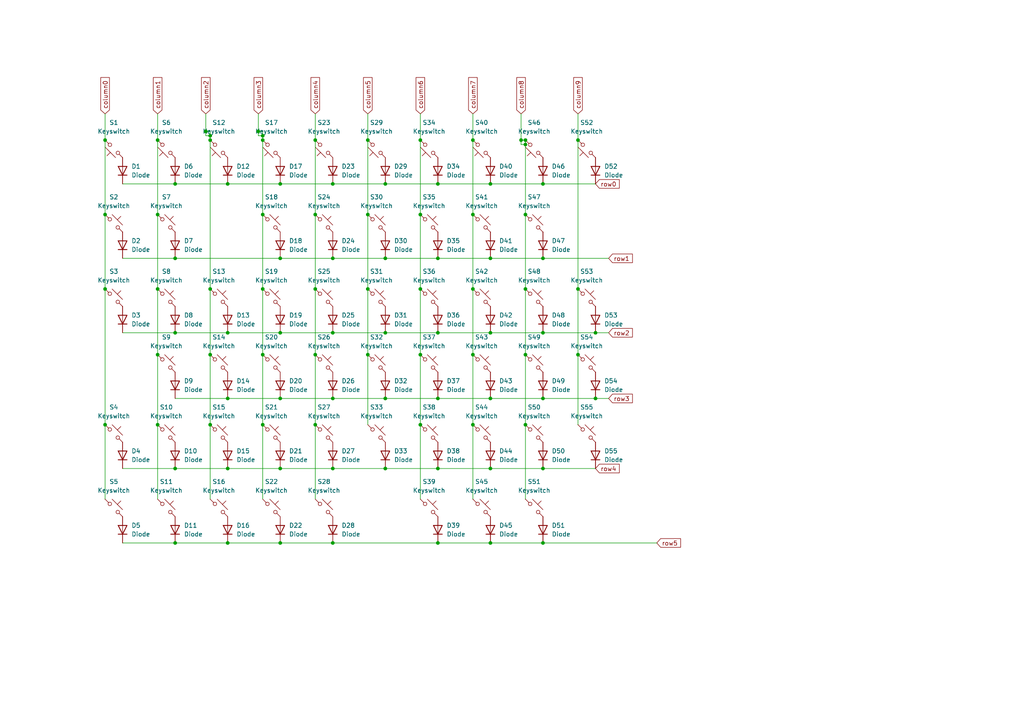
<source format=kicad_sch>
(kicad_sch (version 20231120) (generator "eeschema") (generator_version "8.0")
  (paper "A4")
  (junction (at 152.4 41.91))
  (junction (at 45.72 123.19))
  (junction (at 142.24 53.34))
  (junction (at 121.92 62.23))
  (junction (at 81.28 74.93))
  (junction (at 60.96 83.82))
  (junction (at 152.4 123.19))
  (junction (at 172.72 96.52))
  (junction (at 74.93 38.1))
  (junction (at 111.76 53.34))
  (junction (at 30.48 123.19))
  (junction (at 157.48 115.57))
  (junction (at 137.16 123.19))
  (junction (at 60.96 39.37))
  (junction (at 91.44 62.23))
  (junction (at 81.28 115.57))
  (junction (at 127 53.34))
  (junction (at 137.16 40.64))
  (junction (at 142.24 74.93))
  (junction (at 157.48 157.48))
  (junction (at 96.52 157.48))
  (junction (at 96.52 135.89))
  (junction (at 76.2 123.19))
  (junction (at 111.76 96.52))
  (junction (at 127 157.48))
  (junction (at 142.24 115.57))
  (junction (at 111.76 115.57))
  (junction (at 60.96 102.87))
  (junction (at 106.68 40.64))
  (junction (at 81.28 135.89))
  (junction (at 96.52 96.52))
  (junction (at 142.24 135.89))
  (junction (at 50.8 157.48))
  (junction (at 127 135.89))
  (junction (at 76.2 83.82))
  (junction (at 142.24 96.52))
  (junction (at 127 96.52))
  (junction (at 167.64 83.82))
  (junction (at 151.13 40.64))
  (junction (at 66.04 115.57))
  (junction (at 60.96 123.19))
  (junction (at 127 74.93))
  (junction (at 81.28 96.52))
  (junction (at 152.4 62.23))
  (junction (at 127 115.57))
  (junction (at 152.4 102.87))
  (junction (at 50.8 96.52))
  (junction (at 137.16 62.23))
  (junction (at 30.48 83.82))
  (junction (at 76.2 40.64))
  (junction (at 167.64 102.87))
  (junction (at 157.48 53.34))
  (junction (at 157.48 74.93))
  (junction (at 81.28 157.48))
  (junction (at 106.68 62.23))
  (junction (at 30.48 62.23))
  (junction (at 59.69 38.1))
  (junction (at 50.8 135.89))
  (junction (at 76.2 102.87))
  (junction (at 66.04 53.34))
  (junction (at 50.8 74.93))
  (junction (at 91.44 83.82))
  (junction (at 152.4 40.64))
  (junction (at 91.44 102.87))
  (junction (at 106.68 102.87))
  (junction (at 45.72 40.64))
  (junction (at 111.76 74.93))
  (junction (at 66.04 157.48))
  (junction (at 45.72 62.23))
  (junction (at 66.04 96.52))
  (junction (at 50.8 53.34))
  (junction (at 121.92 123.19))
  (junction (at 121.92 40.64))
  (junction (at 142.24 157.48))
  (junction (at 81.28 53.34))
  (junction (at 106.68 83.82))
  (junction (at 137.16 83.82))
  (junction (at 172.72 115.57))
  (junction (at 157.48 96.52))
  (junction (at 96.52 53.34))
  (junction (at 30.48 40.64))
  (junction (at 157.48 135.89))
  (junction (at 121.92 102.87))
  (junction (at 76.2 39.37))
  (junction (at 137.16 102.87))
  (junction (at 167.64 40.64))
  (junction (at 111.76 135.89))
  (junction (at 152.4 83.82))
  (junction (at 96.52 74.93))
  (junction (at 121.92 83.82))
  (junction (at 96.52 115.57))
  (junction (at 91.44 123.19))
  (junction (at 45.72 83.82))
  (junction (at 76.2 62.23))
  (junction (at 60.96 40.64))
  (junction (at 91.44 40.64))
  (junction (at 66.04 135.89))
  (junction (at 45.72 102.87))
  (wire (pts (xy 35.56 96.52) (xy 50.8 96.52)))
  (wire (pts (xy 151.13 40.64) (xy 151.13 41.91)))
  (wire (pts (xy 152.4 83.82) (xy 152.4 102.87)))
  (wire (pts (xy 157.48 74.93) (xy 176.53 74.93)))
  (wire (pts (xy 66.04 157.48) (xy 81.28 157.48)))
  (wire (pts (xy 91.44 40.64) (xy 91.44 62.23)))
  (wire (pts (xy 111.76 53.34) (xy 127 53.34)))
  (wire (pts (xy 81.28 53.34) (xy 96.52 53.34)))
  (wire (pts (xy 81.28 115.57) (xy 96.52 115.57)))
  (wire (pts (xy 60.96 123.19) (xy 60.96 144.78)))
  (wire (pts (xy 45.72 62.23) (xy 45.72 83.82)))
  (wire (pts (xy 127 135.89) (xy 142.24 135.89)))
  (wire (pts (xy 111.76 135.89) (xy 127 135.89)))
  (wire (pts (xy 76.2 62.23) (xy 76.2 83.82)))
  (wire (pts (xy 45.72 102.87) (xy 45.72 123.19)))
  (wire (pts (xy 66.04 135.89) (xy 81.28 135.89)))
  (wire (pts (xy 50.8 96.52) (xy 66.04 96.52)))
  (wire (pts (xy 96.52 135.89) (xy 111.76 135.89)))
  (wire (pts (xy 66.04 53.34) (xy 81.28 53.34)))
  (wire (pts (xy 121.92 123.19) (xy 121.92 144.78)))
  (wire (pts (xy 66.04 96.52) (xy 81.28 96.52)))
  (wire (pts (xy 50.8 53.34) (xy 66.04 53.34)))
  (wire (pts (xy 74.93 38.1) (xy 76.2 38.1)))
  (wire (pts (xy 137.16 33.02) (xy 137.16 40.64)))
  (wire (pts (xy 142.24 157.48) (xy 157.48 157.48)))
  (wire (pts (xy 152.4 41.91) (xy 152.4 62.23)))
  (wire (pts (xy 127 96.52) (xy 142.24 96.52)))
  (wire (pts (xy 96.52 53.34) (xy 111.76 53.34)))
  (wire (pts (xy 35.56 53.34) (xy 50.8 53.34)))
  (wire (pts (xy 151.13 33.02) (xy 151.13 40.64)))
  (wire (pts (xy 106.68 33.02) (xy 106.68 40.64)))
  (wire (pts (xy 66.04 115.57) (xy 81.28 115.57)))
  (wire (pts (xy 121.92 33.02) (xy 121.92 40.64)))
  (wire (pts (xy 74.93 38.1) (xy 74.93 39.37)))
  (wire (pts (xy 167.64 83.82) (xy 167.64 102.87)))
  (wire (pts (xy 91.44 62.23) (xy 91.44 83.82)))
  (wire (pts (xy 35.56 74.93) (xy 50.8 74.93)))
  (wire (pts (xy 167.64 33.02) (xy 167.64 40.64)))
  (wire (pts (xy 106.68 83.82) (xy 106.68 102.87)))
  (wire (pts (xy 106.68 102.87) (xy 106.68 123.19)))
  (wire (pts (xy 167.64 102.87) (xy 167.64 123.19)))
  (wire (pts (xy 190.5 157.48) (xy 157.48 157.48)))
  (wire (pts (xy 96.52 157.48) (xy 127 157.48)))
  (wire (pts (xy 45.72 33.02) (xy 45.72 40.64)))
  (wire (pts (xy 157.48 53.34) (xy 172.72 53.34)))
  (wire (pts (xy 91.44 33.02) (xy 91.44 40.64)))
  (wire (pts (xy 30.48 33.02) (xy 30.48 40.64)))
  (wire (pts (xy 91.44 123.19) (xy 91.44 144.78)))
  (wire (pts (xy 137.16 40.64) (xy 137.16 62.23)))
  (wire (pts (xy 59.69 39.37) (xy 60.96 39.37)))
  (wire (pts (xy 76.2 123.19) (xy 76.2 144.78)))
  (wire (pts (xy 50.8 74.93) (xy 81.28 74.93)))
  (wire (pts (xy 142.24 53.34) (xy 157.48 53.34)))
  (wire (pts (xy 60.96 102.87) (xy 60.96 123.19)))
  (wire (pts (xy 96.52 115.57) (xy 111.76 115.57)))
  (wire (pts (xy 60.96 38.1) (xy 60.96 39.37)))
  (wire (pts (xy 152.4 123.19) (xy 152.4 144.78)))
  (wire (pts (xy 76.2 40.64) (xy 76.2 62.23)))
  (wire (pts (xy 111.76 74.93) (xy 127 74.93)))
  (wire (pts (xy 157.48 96.52) (xy 172.72 96.52)))
  (wire (pts (xy 127 157.48) (xy 142.24 157.48)))
  (wire (pts (xy 50.8 115.57) (xy 66.04 115.57)))
  (wire (pts (xy 45.72 123.19) (xy 45.72 144.78)))
  (wire (pts (xy 35.56 135.89) (xy 50.8 135.89)))
  (wire (pts (xy 74.93 33.02) (xy 74.93 38.1)))
  (wire (pts (xy 106.68 40.64) (xy 106.68 62.23)))
  (wire (pts (xy 152.4 62.23) (xy 152.4 83.82)))
  (wire (pts (xy 81.28 135.89) (xy 96.52 135.89)))
  (wire (pts (xy 45.72 83.82) (xy 45.72 102.87)))
  (wire (pts (xy 59.69 38.1) (xy 59.69 39.37)))
  (wire (pts (xy 111.76 96.52) (xy 127 96.52)))
  (wire (pts (xy 137.16 62.23) (xy 137.16 83.82)))
  (wire (pts (xy 152.4 102.87) (xy 152.4 123.19)))
  (wire (pts (xy 151.13 41.91) (xy 152.4 41.91)))
  (wire (pts (xy 121.92 40.64) (xy 121.92 62.23)))
  (wire (pts (xy 167.64 40.64) (xy 167.64 83.82)))
  (wire (pts (xy 157.48 115.57) (xy 172.72 115.57)))
  (wire (pts (xy 151.13 40.64) (xy 152.4 40.64)))
  (wire (pts (xy 142.24 96.52) (xy 157.48 96.52)))
  (wire (pts (xy 96.52 96.52) (xy 111.76 96.52)))
  (wire (pts (xy 50.8 135.89) (xy 66.04 135.89)))
  (wire (pts (xy 91.44 83.82) (xy 91.44 102.87)))
  (wire (pts (xy 76.2 39.37) (xy 76.2 40.64)))
  (wire (pts (xy 81.28 74.93) (xy 96.52 74.93)))
  (wire (pts (xy 59.69 33.02) (xy 59.69 38.1)))
  (wire (pts (xy 121.92 102.87) (xy 121.92 123.19)))
  (wire (pts (xy 81.28 96.52) (xy 96.52 96.52)))
  (wire (pts (xy 60.96 40.64) (xy 60.96 83.82)))
  (wire (pts (xy 30.48 123.19) (xy 30.48 144.78)))
  (wire (pts (xy 30.48 40.64) (xy 30.48 62.23)))
  (wire (pts (xy 176.53 96.52) (xy 172.72 96.52)))
  (wire (pts (xy 59.69 38.1) (xy 60.96 38.1)))
  (wire (pts (xy 127 53.34) (xy 142.24 53.34)))
  (wire (pts (xy 45.72 40.64) (xy 45.72 62.23)))
  (wire (pts (xy 76.2 38.1) (xy 76.2 39.37)))
  (wire (pts (xy 96.52 74.93) (xy 111.76 74.93)))
  (wire (pts (xy 76.2 102.87) (xy 76.2 123.19)))
  (wire (pts (xy 142.24 135.89) (xy 157.48 135.89)))
  (wire (pts (xy 121.92 62.23) (xy 121.92 83.82)))
  (wire (pts (xy 106.68 62.23) (xy 106.68 83.82)))
  (wire (pts (xy 60.96 83.82) (xy 60.96 102.87)))
  (wire (pts (xy 157.48 135.89) (xy 172.72 135.89)))
  (wire (pts (xy 74.93 39.37) (xy 76.2 39.37)))
  (wire (pts (xy 127 74.93) (xy 142.24 74.93)))
  (wire (pts (xy 142.24 115.57) (xy 157.48 115.57)))
  (wire (pts (xy 91.44 102.87) (xy 91.44 123.19)))
  (wire (pts (xy 30.48 83.82) (xy 30.48 123.19)))
  (wire (pts (xy 137.16 102.87) (xy 137.16 123.19)))
  (wire (pts (xy 111.76 115.57) (xy 127 115.57)))
  (wire (pts (xy 142.24 74.93) (xy 157.48 74.93)))
  (wire (pts (xy 127 115.57) (xy 142.24 115.57)))
  (wire (pts (xy 81.28 157.48) (xy 96.52 157.48)))
  (wire (pts (xy 172.72 115.57) (xy 176.53 115.57)))
  (wire (pts (xy 137.16 83.82) (xy 137.16 102.87)))
  (wire (pts (xy 137.16 123.19) (xy 137.16 144.78)))
  (wire (pts (xy 121.92 83.82) (xy 121.92 102.87)))
  (wire (pts (xy 30.48 62.23) (xy 30.48 83.82)))
  (wire (pts (xy 50.8 157.48) (xy 66.04 157.48)))
  (wire (pts (xy 35.56 157.48) (xy 50.8 157.48)))
  (wire (pts (xy 152.4 41.91) (xy 152.4 40.64)))
  (wire (pts (xy 60.96 39.37) (xy 60.96 40.64)))
  (wire (pts (xy 76.2 83.82) (xy 76.2 102.87)))
  (global_label "column0" (shape input) (at 30.48 33.02 90) (property "Intersheetrefs" "${INTERSHEET_REFS}" (effects (hide yes))))
  (global_label "row4" (shape input) (at 172.72 135.89 0) (property "Intersheetrefs" "${INTERSHEET_REFS}" (effects (hide yes))))
  (global_label "row1" (shape input) (at 176.53 74.93 0) (property "Intersheetrefs" "${INTERSHEET_REFS}" (effects (hide yes))))
  (global_label "row0" (shape input) (at 172.72 53.34 0) (property "Intersheetrefs" "${INTERSHEET_REFS}" (effects (hide yes))))
  (global_label "row2" (shape input) (at 176.53 96.52 0) (property "Intersheetrefs" "${INTERSHEET_REFS}" (effects (hide yes))))
  (global_label "column9" (shape input) (at 167.64 33.02 90) (property "Intersheetrefs" "${INTERSHEET_REFS}" (effects (hide yes))))
  (global_label "column5" (shape input) (at 106.68 33.02 90) (property "Intersheetrefs" "${INTERSHEET_REFS}" (effects (hide yes))))
  (global_label "column8" (shape input) (at 151.13 33.02 90) (property "Intersheetrefs" "${INTERSHEET_REFS}" (effects (hide yes))))
  (global_label "column7" (shape input) (at 137.16 33.02 90) (property "Intersheetrefs" "${INTERSHEET_REFS}" (effects (hide yes))))
  (global_label "column6" (shape input) (at 121.92 33.02 90) (property "Intersheetrefs" "${INTERSHEET_REFS}" (effects (hide yes))))
  (global_label "column2" (shape input) (at 59.69 33.02 90) (property "Intersheetrefs" "${INTERSHEET_REFS}" (effects (hide yes))))
  (global_label "row3" (shape input) (at 176.53 115.57 0) (property "Intersheetrefs" "${INTERSHEET_REFS}" (effects (hide yes))))
  (global_label "column4" (shape input) (at 91.44 33.02 90) (property "Intersheetrefs" "${INTERSHEET_REFS}" (effects (hide yes))))
  (global_label "column1" (shape input) (at 45.72 33.02 90) (property "Intersheetrefs" "${INTERSHEET_REFS}" (effects (hide yes))))
  (global_label "column3" (shape input) (at 74.93 33.02 90) (property "Intersheetrefs" "${INTERSHEET_REFS}" (effects (hide yes))))
  (global_label "row5" (shape input) (at 190.5 157.48 0) (property "Intersheetrefs" "${INTERSHEET_REFS}" (effects (hide yes))))
  (symbol (lib_id "ScottoKeebs:Placeholder_Keyswitch") (at 139.7 147.32 0) (unit 1)
    (property "Reference" "S45" (at 139.7 139.7 0))
    (property "Value" "Keyswitch" (at 139.7 142.24 0))
    (property "Footprint" "DomeSwitches:DomeSwitch_8mm_double_sided" (effects (hide yes)))
    (property "Description" "Push button switch, normally open, two pins, 45° tilted" (effects (hide yes)))
  )
  (symbol (lib_id "ScottoKeebs:Placeholder_Diode") (at 142.24 49.53 90) (unit 1)
    (property "Reference" "D40" (at 144.78 48.2599 90) (effects (justify right)))
    (property "Value" "Diode" (at 144.78 50.7999 90) (effects (justify right)))
    (property "Footprint" "Diode_SMD:D_SOD-123" (effects (hide yes)))
    (property "Description" "1N4148 (DO-35) or 1N4148W (SOD-123)" (effects (hide yes)))
    (property "Sim.Device" "D" (effects (hide yes)))
    (property "Sim.Pins" "1=K 2=A" (effects (hide yes)))
  )
  (symbol (lib_id "ScottoKeebs:Placeholder_Diode") (at 81.28 132.08 90) (unit 1)
    (property "Reference" "D21" (at 83.82 130.8099 90) (effects (justify right)))
    (property "Value" "Diode" (at 83.82 133.3499 90) (effects (justify right)))
    (property "Footprint" "Diode_SMD:D_SOD-123" (effects (hide yes)))
    (property "Description" "1N4148 (DO-35) or 1N4148W (SOD-123)" (effects (hide yes)))
    (property "Sim.Device" "D" (effects (hide yes)))
    (property "Sim.Pins" "1=K 2=A" (effects (hide yes)))
  )
  (symbol (lib_id "ScottoKeebs:Placeholder_Keyswitch") (at 78.74 125.73 0) (unit 1)
    (property "Reference" "S21" (at 78.74 118.11 0))
    (property "Value" "Keyswitch" (at 78.74 120.65 0))
    (property "Footprint" "DomeSwitches:DomeSwitch_8mm_double_sided" (effects (hide yes)))
    (property "Description" "Push button switch, normally open, two pins, 45° tilted" (effects (hide yes)))
  )
  (symbol (lib_id "ScottoKeebs:Placeholder_Diode") (at 50.8 111.76 90) (unit 1)
    (property "Reference" "D9" (at 53.34 110.4899 90) (effects (justify right)))
    (property "Value" "Diode" (at 53.34 113.0299 90) (effects (justify right)))
    (property "Footprint" "Diode_SMD:D_SOD-123" (effects (hide yes)))
    (property "Description" "1N4148 (DO-35) or 1N4148W (SOD-123)" (effects (hide yes)))
    (property "Sim.Device" "D" (effects (hide yes)))
    (property "Sim.Pins" "1=K 2=A" (effects (hide yes)))
  )
  (symbol (lib_id "ScottoKeebs:Placeholder_Keyswitch") (at 124.46 147.32 0) (unit 1)
    (property "Reference" "S39" (at 124.46 139.7 0))
    (property "Value" "Keyswitch" (at 124.46 142.24 0))
    (property "Footprint" "DomeSwitches:DomeSwitch_8mm_double_sided" (effects (hide yes)))
    (property "Description" "Push button switch, normally open, two pins, 45° tilted" (effects (hide yes)))
  )
  (symbol (lib_id "ScottoKeebs:Placeholder_Keyswitch") (at 139.7 43.18 180) (unit 1)
    (property "Reference" "S40" (at 139.7 35.56 0))
    (property "Value" "Keyswitch" (at 139.7 38.1 0))
    (property "Footprint" "DomeSwitches:DomeSwitch_8mm_double_sided" (effects (hide yes)))
    (property "Description" "Push button switch, normally open, two pins, 45° tilted" (effects (hide yes)))
  )
  (symbol (lib_id "ScottoKeebs:Placeholder_Diode") (at 66.04 132.08 90) (unit 1)
    (property "Reference" "D15" (at 68.58 130.8099 90) (effects (justify right)))
    (property "Value" "Diode" (at 68.58 133.3499 90) (effects (justify right)))
    (property "Footprint" "Diode_SMD:D_SOD-123" (effects (hide yes)))
    (property "Description" "1N4148 (DO-35) or 1N4148W (SOD-123)" (effects (hide yes)))
    (property "Sim.Device" "D" (effects (hide yes)))
    (property "Sim.Pins" "1=K 2=A" (effects (hide yes)))
  )
  (symbol (lib_id "ScottoKeebs:Placeholder_Diode") (at 142.24 92.71 90) (unit 1)
    (property "Reference" "D42" (at 144.78 91.4399 90) (effects (justify right)))
    (property "Value" "Diode" (at 144.78 93.9799 90) (effects (justify right)))
    (property "Footprint" "Diode_SMD:D_SOD-123" (effects (hide yes)))
    (property "Description" "1N4148 (DO-35) or 1N4148W (SOD-123)" (effects (hide yes)))
    (property "Sim.Device" "D" (effects (hide yes)))
    (property "Sim.Pins" "1=K 2=A" (effects (hide yes)))
  )
  (symbol (lib_id "ScottoKeebs:Placeholder_Keyswitch") (at 93.98 147.32 0) (unit 1)
    (property "Reference" "S28" (at 93.98 139.7 0))
    (property "Value" "Keyswitch" (at 93.98 142.24 0))
    (property "Footprint" "DomeSwitches:DomeSwitch_8mm_double_sided" (effects (hide yes)))
    (property "Description" "Push button switch, normally open, two pins, 45° tilted" (effects (hide yes)))
  )
  (symbol (lib_id "ScottoKeebs:Placeholder_Keyswitch") (at 109.22 86.36 0) (unit 1)
    (property "Reference" "S31" (at 109.22 78.74 0))
    (property "Value" "Keyswitch" (at 109.22 81.28 0))
    (property "Footprint" "DomeSwitches:DomeSwitch_8mm_double_sided" (effects (hide yes)))
    (property "Description" "Push button switch, normally open, two pins, 45° tilted" (effects (hide yes)))
  )
  (symbol (lib_id "ScottoKeebs:Placeholder_Diode") (at 157.48 49.53 90) (unit 1)
    (property "Reference" "D46" (at 160.02 48.2599 90) (effects (justify right)))
    (property "Value" "Diode" (at 160.02 50.7999 90) (effects (justify right)))
    (property "Footprint" "Diode_SMD:D_SOD-123" (effects (hide yes)))
    (property "Description" "1N4148 (DO-35) or 1N4148W (SOD-123)" (effects (hide yes)))
    (property "Sim.Device" "D" (effects (hide yes)))
    (property "Sim.Pins" "1=K 2=A" (effects (hide yes)))
  )
  (symbol (lib_id "ScottoKeebs:Placeholder_Keyswitch") (at 170.18 43.18 180) (unit 1)
    (property "Reference" "S52" (at 170.18 35.56 0))
    (property "Value" "Keyswitch" (at 170.18 38.1 0))
    (property "Footprint" "DomeSwitches:DomeSwitch_8mm_double_sided" (effects (hide yes)))
    (property "Description" "Push button switch, normally open, two pins, 45° tilted" (effects (hide yes)))
  )
  (symbol (lib_id "ScottoKeebs:Placeholder_Diode") (at 35.56 71.12 90) (unit 1)
    (property "Reference" "D2" (at 38.1 69.8499 90) (effects (justify right)))
    (property "Value" "Diode" (at 38.1 72.3899 90) (effects (justify right)))
    (property "Footprint" "Diode_SMD:D_SOD-123" (effects (hide yes)))
    (property "Description" "1N4148 (DO-35) or 1N4148W (SOD-123)" (effects (hide yes)))
    (property "Sim.Device" "D" (effects (hide yes)))
    (property "Sim.Pins" "1=K 2=A" (effects (hide yes)))
  )
  (symbol (lib_id "ScottoKeebs:Placeholder_Keyswitch") (at 170.18 105.41 0) (unit 1)
    (property "Reference" "S54" (at 170.18 97.79 0))
    (property "Value" "Keyswitch" (at 170.18 100.33 0))
    (property "Footprint" "DomeSwitches:DomeSwitch_8mm_double_sided" (effects (hide yes)))
    (property "Description" "Push button switch, normally open, two pins, 45° tilted" (effects (hide yes)))
  )
  (symbol (lib_id "ScottoKeebs:Placeholder_Diode") (at 127 92.71 90) (unit 1)
    (property "Reference" "D36" (at 129.54 91.4399 90) (effects (justify right)))
    (property "Value" "Diode" (at 129.54 93.9799 90) (effects (justify right)))
    (property "Footprint" "Diode_SMD:D_SOD-123" (effects (hide yes)))
    (property "Description" "1N4148 (DO-35) or 1N4148W (SOD-123)" (effects (hide yes)))
    (property "Sim.Device" "D" (effects (hide yes)))
    (property "Sim.Pins" "1=K 2=A" (effects (hide yes)))
  )
  (symbol (lib_id "ScottoKeebs:Placeholder_Keyswitch") (at 109.22 43.18 180) (unit 1)
    (property "Reference" "S29" (at 109.22 35.56 0))
    (property "Value" "Keyswitch" (at 109.22 38.1 0))
    (property "Footprint" "DomeSwitches:DomeSwitch_8mm_double_sided" (effects (hide yes)))
    (property "Description" "Push button switch, normally open, two pins, 45° tilted" (effects (hide yes)))
  )
  (symbol (lib_id "ScottoKeebs:Placeholder_Keyswitch") (at 78.74 86.36 0) (unit 1)
    (property "Reference" "S19" (at 78.74 78.74 0))
    (property "Value" "Keyswitch" (at 78.74 81.28 0))
    (property "Footprint" "DomeSwitches:DomeSwitch_8mm_double_sided" (effects (hide yes)))
    (property "Description" "Push button switch, normally open, two pins, 45° tilted" (effects (hide yes)))
  )
  (symbol (lib_id "ScottoKeebs:Placeholder_Keyswitch") (at 93.98 86.36 0) (unit 1)
    (property "Reference" "S25" (at 93.98 78.74 0))
    (property "Value" "Keyswitch" (at 93.98 81.28 0))
    (property "Footprint" "DomeSwitches:DomeSwitch_8mm_double_sided" (effects (hide yes)))
    (property "Description" "Push button switch, normally open, two pins, 45° tilted" (effects (hide yes)))
  )
  (symbol (lib_id "ScottoKeebs:Placeholder_Diode") (at 127 111.76 90) (unit 1)
    (property "Reference" "D37" (at 129.54 110.4899 90) (effects (justify right)))
    (property "Value" "Diode" (at 129.54 113.0299 90) (effects (justify right)))
    (property "Footprint" "Diode_SMD:D_SOD-123" (effects (hide yes)))
    (property "Description" "1N4148 (DO-35) or 1N4148W (SOD-123)" (effects (hide yes)))
    (property "Sim.Device" "D" (effects (hide yes)))
    (property "Sim.Pins" "1=K 2=A" (effects (hide yes)))
  )
  (symbol (lib_id "ScottoKeebs:Placeholder_Keyswitch") (at 154.94 125.73 0) (unit 1)
    (property "Reference" "S50" (at 154.94 118.11 0))
    (property "Value" "Keyswitch" (at 154.94 120.65 0))
    (property "Footprint" "DomeSwitches:DomeSwitch_8mm_double_sided" (effects (hide yes)))
    (property "Description" "Push button switch, normally open, two pins, 45° tilted" (effects (hide yes)))
  )
  (symbol (lib_id "ScottoKeebs:Placeholder_Keyswitch") (at 48.26 147.32 0) (unit 1)
    (property "Reference" "S11" (at 48.26 139.7 0))
    (property "Value" "Keyswitch" (at 48.26 142.24 0))
    (property "Footprint" "DomeSwitches:DomeSwitch_8mm_double_sided" (effects (hide yes)))
    (property "Description" "Push button switch, normally open, two pins, 45° tilted" (effects (hide yes)))
  )
  (symbol (lib_id "ScottoKeebs:Placeholder_Diode") (at 50.8 153.67 90) (unit 1)
    (property "Reference" "D11" (at 53.34 152.3999 90) (effects (justify right)))
    (property "Value" "Diode" (at 53.34 154.9399 90) (effects (justify right)))
    (property "Footprint" "Diode_SMD:D_SOD-123" (effects (hide yes)))
    (property "Description" "1N4148 (DO-35) or 1N4148W (SOD-123)" (effects (hide yes)))
    (property "Sim.Device" "D" (effects (hide yes)))
    (property "Sim.Pins" "1=K 2=A" (effects (hide yes)))
  )
  (symbol (lib_id "ScottoKeebs:Placeholder_Diode") (at 35.56 132.08 90) (unit 1)
    (property "Reference" "D4" (at 38.1 130.8099 90) (effects (justify right)))
    (property "Value" "Diode" (at 38.1 133.3499 90) (effects (justify right)))
    (property "Footprint" "Diode_SMD:D_SOD-123" (effects (hide yes)))
    (property "Description" "1N4148 (DO-35) or 1N4148W (SOD-123)" (effects (hide yes)))
    (property "Sim.Device" "D" (effects (hide yes)))
    (property "Sim.Pins" "1=K 2=A" (effects (hide yes)))
  )
  (symbol (lib_id "ScottoKeebs:Placeholder_Diode") (at 157.48 71.12 90) (unit 1)
    (property "Reference" "D47" (at 160.02 69.8499 90) (effects (justify right)))
    (property "Value" "Diode" (at 160.02 72.3899 90) (effects (justify right)))
    (property "Footprint" "Diode_SMD:D_SOD-123" (effects (hide yes)))
    (property "Description" "1N4148 (DO-35) or 1N4148W (SOD-123)" (effects (hide yes)))
    (property "Sim.Device" "D" (effects (hide yes)))
    (property "Sim.Pins" "1=K 2=A" (effects (hide yes)))
  )
  (symbol (lib_id "ScottoKeebs:Placeholder_Diode") (at 81.28 153.67 90) (unit 1)
    (property "Reference" "D22" (at 83.82 152.3999 90) (effects (justify right)))
    (property "Value" "Diode" (at 83.82 154.9399 90) (effects (justify right)))
    (property "Footprint" "Diode_SMD:D_SOD-123" (effects (hide yes)))
    (property "Description" "1N4148 (DO-35) or 1N4148W (SOD-123)" (effects (hide yes)))
    (property "Sim.Device" "D" (effects (hide yes)))
    (property "Sim.Pins" "1=K 2=A" (effects (hide yes)))
  )
  (symbol (lib_id "ScottoKeebs:Placeholder_Diode") (at 66.04 49.53 90) (unit 1)
    (property "Reference" "D12" (at 68.58 48.2599 90) (effects (justify right)))
    (property "Value" "Diode" (at 68.58 50.7999 90) (effects (justify right)))
    (property "Footprint" "Diode_SMD:D_SOD-123" (effects (hide yes)))
    (property "Description" "1N4148 (DO-35) or 1N4148W (SOD-123)" (effects (hide yes)))
    (property "Sim.Device" "D" (effects (hide yes)))
    (property "Sim.Pins" "1=K 2=A" (effects (hide yes)))
  )
  (symbol (lib_id "ScottoKeebs:Placeholder_Keyswitch") (at 109.22 125.73 0) (unit 1)
    (property "Reference" "S33" (at 109.22 118.11 0))
    (property "Value" "Keyswitch" (at 109.22 120.65 0))
    (property "Footprint" "DomeSwitches:DomeSwitch_8mm_double_sided" (effects (hide yes)))
    (property "Description" "Push button switch, normally open, two pins, 45° tilted" (effects (hide yes)))
  )
  (symbol (lib_id "ScottoKeebs:Placeholder_Diode") (at 50.8 132.08 90) (unit 1)
    (property "Reference" "D10" (at 53.34 130.8099 90) (effects (justify right)))
    (property "Value" "Diode" (at 53.34 133.3499 90) (effects (justify right)))
    (property "Footprint" "Diode_SMD:D_SOD-123" (effects (hide yes)))
    (property "Description" "1N4148 (DO-35) or 1N4148W (SOD-123)" (effects (hide yes)))
    (property "Sim.Device" "D" (effects (hide yes)))
    (property "Sim.Pins" "1=K 2=A" (effects (hide yes)))
  )
  (symbol (lib_id "ScottoKeebs:Placeholder_Keyswitch") (at 124.46 64.77 0) (unit 1)
    (property "Reference" "S35" (at 124.46 57.15 0))
    (property "Value" "Keyswitch" (at 124.46 59.69 0))
    (property "Footprint" "DomeSwitches:DomeSwitch_8mm_double_sided" (effects (hide yes)))
    (property "Description" "Push button switch, normally open, two pins, 45° tilted" (effects (hide yes)))
  )
  (symbol (lib_id "ScottoKeebs:Placeholder_Keyswitch") (at 48.26 86.36 0) (unit 1)
    (property "Reference" "S8" (at 48.26 78.74 0))
    (property "Value" "Keyswitch" (at 48.26 81.28 0))
    (property "Footprint" "DomeSwitches:DomeSwitch_8mm_double_sided" (effects (hide yes)))
    (property "Description" "Push button switch, normally open, two pins, 45° tilted" (effects (hide yes)))
  )
  (symbol (lib_id "ScottoKeebs:Placeholder_Keyswitch") (at 139.7 125.73 0) (unit 1)
    (property "Reference" "S44" (at 139.7 118.11 0))
    (property "Value" "Keyswitch" (at 139.7 120.65 0))
    (property "Footprint" "DomeSwitches:DomeSwitch_8mm_double_sided" (effects (hide yes)))
    (property "Description" "Push button switch, normally open, two pins, 45° tilted" (effects (hide yes)))
  )
  (symbol (lib_id "ScottoKeebs:Placeholder_Diode") (at 81.28 92.71 90) (unit 1)
    (property "Reference" "D19" (at 83.82 91.4399 90) (effects (justify right)))
    (property "Value" "Diode" (at 83.82 93.9799 90) (effects (justify right)))
    (property "Footprint" "Diode_SMD:D_SOD-123" (effects (hide yes)))
    (property "Description" "1N4148 (DO-35) or 1N4148W (SOD-123)" (effects (hide yes)))
    (property "Sim.Device" "D" (effects (hide yes)))
    (property "Sim.Pins" "1=K 2=A" (effects (hide yes)))
  )
  (symbol (lib_id "ScottoKeebs:Placeholder_Diode") (at 96.52 111.76 90) (unit 1)
    (property "Reference" "D26" (at 99.06 110.4899 90) (effects (justify right)))
    (property "Value" "Diode" (at 99.06 113.0299 90) (effects (justify right)))
    (property "Footprint" "Diode_SMD:D_SOD-123" (effects (hide yes)))
    (property "Description" "1N4148 (DO-35) or 1N4148W (SOD-123)" (effects (hide yes)))
    (property "Sim.Device" "D" (effects (hide yes)))
    (property "Sim.Pins" "1=K 2=A" (effects (hide yes)))
  )
  (symbol (lib_id "ScottoKeebs:Placeholder_Diode") (at 142.24 153.67 90) (unit 1)
    (property "Reference" "D45" (at 144.78 152.3999 90) (effects (justify right)))
    (property "Value" "Diode" (at 144.78 154.9399 90) (effects (justify right)))
    (property "Footprint" "Diode_SMD:D_SOD-123" (effects (hide yes)))
    (property "Description" "1N4148 (DO-35) or 1N4148W (SOD-123)" (effects (hide yes)))
    (property "Sim.Device" "D" (effects (hide yes)))
    (property "Sim.Pins" "1=K 2=A" (effects (hide yes)))
  )
  (symbol (lib_id "ScottoKeebs:Placeholder_Diode") (at 172.72 49.53 90) (unit 1)
    (property "Reference" "D52" (at 175.26 48.2599 90) (effects (justify right)))
    (property "Value" "Diode" (at 175.26 50.7999 90) (effects (justify right)))
    (property "Footprint" "Diode_SMD:D_SOD-123" (effects (hide yes)))
    (property "Description" "1N4148 (DO-35) or 1N4148W (SOD-123)" (effects (hide yes)))
    (property "Sim.Device" "D" (effects (hide yes)))
    (property "Sim.Pins" "1=K 2=A" (effects (hide yes)))
  )
  (symbol (lib_id "ScottoKeebs:Placeholder_Diode") (at 111.76 92.71 90) (unit 1)
    (property "Reference" "D31" (at 114.3 91.4399 90) (effects (justify right)))
    (property "Value" "Diode" (at 114.3 93.9799 90) (effects (justify right)))
    (property "Footprint" "Diode_SMD:D_SOD-123" (effects (hide yes)))
    (property "Description" "1N4148 (DO-35) or 1N4148W (SOD-123)" (effects (hide yes)))
    (property "Sim.Device" "D" (effects (hide yes)))
    (property "Sim.Pins" "1=K 2=A" (effects (hide yes)))
  )
  (symbol (lib_id "ScottoKeebs:Placeholder_Diode") (at 50.8 92.71 90) (unit 1)
    (property "Reference" "D8" (at 53.34 91.4399 90) (effects (justify right)))
    (property "Value" "Diode" (at 53.34 93.9799 90) (effects (justify right)))
    (property "Footprint" "Diode_SMD:D_SOD-123" (effects (hide yes)))
    (property "Description" "1N4148 (DO-35) or 1N4148W (SOD-123)" (effects (hide yes)))
    (property "Sim.Device" "D" (effects (hide yes)))
    (property "Sim.Pins" "1=K 2=A" (effects (hide yes)))
  )
  (symbol (lib_id "ScottoKeebs:Placeholder_Keyswitch") (at 48.26 43.18 180) (unit 1)
    (property "Reference" "S6" (at 48.26 35.56 0))
    (property "Value" "Keyswitch" (at 48.26 38.1 0))
    (property "Footprint" "DomeSwitches:DomeSwitch_8mm_double_sided" (effects (hide yes)))
    (property "Description" "Push button switch, normally open, two pins, 45° tilted" (effects (hide yes)))
  )
  (symbol (lib_id "ScottoKeebs:Placeholder_Diode") (at 157.48 92.71 90) (unit 1)
    (property "Reference" "D48" (at 160.02 91.4399 90) (effects (justify right)))
    (property "Value" "Diode" (at 160.02 93.9799 90) (effects (justify right)))
    (property "Footprint" "Diode_SMD:D_SOD-123" (effects (hide yes)))
    (property "Description" "1N4148 (DO-35) or 1N4148W (SOD-123)" (effects (hide yes)))
    (property "Sim.Device" "D" (effects (hide yes)))
    (property "Sim.Pins" "1=K 2=A" (effects (hide yes)))
  )
  (symbol (lib_id "ScottoKeebs:Placeholder_Keyswitch") (at 170.18 125.73 0) (unit 1)
    (property "Reference" "S55" (at 170.18 118.11 0))
    (property "Value" "Keyswitch" (at 170.18 120.65 0))
    (property "Footprint" "DomeSwitches:DomeSwitch_8mm_double_sided" (effects (hide yes)))
    (property "Description" "Push button switch, normally open, two pins, 45° tilted" (effects (hide yes)))
  )
  (symbol (lib_id "ScottoKeebs:Placeholder_Diode") (at 66.04 111.76 90) (unit 1)
    (property "Reference" "D14" (at 68.58 110.4899 90) (effects (justify right)))
    (property "Value" "Diode" (at 68.58 113.0299 90) (effects (justify right)))
    (property "Footprint" "Diode_SMD:D_SOD-123" (effects (hide yes)))
    (property "Description" "1N4148 (DO-35) or 1N4148W (SOD-123)" (effects (hide yes)))
    (property "Sim.Device" "D" (effects (hide yes)))
    (property "Sim.Pins" "1=K 2=A" (effects (hide yes)))
  )
  (symbol (lib_id "ScottoKeebs:Placeholder_Keyswitch") (at 78.74 43.18 180) (unit 1)
    (property "Reference" "S17" (at 78.74 35.56 0))
    (property "Value" "Keyswitch" (at 78.74 38.1 0))
    (property "Footprint" "DomeSwitches:DomeSwitch_8mm_double_sided" (effects (hide yes)))
    (property "Description" "Push button switch, normally open, two pins, 45° tilted" (effects (hide yes)))
  )
  (symbol (lib_id "ScottoKeebs:Placeholder_Diode") (at 35.56 49.53 90) (unit 1)
    (property "Reference" "D1" (at 38.1 48.2599 90) (effects (justify right)))
    (property "Value" "Diode" (at 38.1 50.7999 90) (effects (justify right)))
    (property "Footprint" "Diode_SMD:D_SOD-123" (effects (hide yes)))
    (property "Description" "1N4148 (DO-35) or 1N4148W (SOD-123)" (effects (hide yes)))
    (property "Sim.Device" "D" (effects (hide yes)))
    (property "Sim.Pins" "1=K 2=A" (effects (hide yes)))
  )
  (symbol (lib_id "ScottoKeebs:Placeholder_Diode") (at 66.04 153.67 90) (unit 1)
    (property "Reference" "D16" (at 68.58 152.3999 90) (effects (justify right)))
    (property "Value" "Diode" (at 68.58 154.9399 90) (effects (justify right)))
    (property "Footprint" "Diode_SMD:D_SOD-123" (effects (hide yes)))
    (property "Description" "1N4148 (DO-35) or 1N4148W (SOD-123)" (effects (hide yes)))
    (property "Sim.Device" "D" (effects (hide yes)))
    (property "Sim.Pins" "1=K 2=A" (effects (hide yes)))
  )
  (symbol (lib_id "ScottoKeebs:Placeholder_Diode") (at 111.76 132.08 90) (unit 1)
    (property "Reference" "D33" (at 114.3 130.8099 90) (effects (justify right)))
    (property "Value" "Diode" (at 114.3 133.3499 90) (effects (justify right)))
    (property "Footprint" "Diode_SMD:D_SOD-123" (effects (hide yes)))
    (property "Description" "1N4148 (DO-35) or 1N4148W (SOD-123)" (effects (hide yes)))
    (property "Sim.Device" "D" (effects (hide yes)))
    (property "Sim.Pins" "1=K 2=A" (effects (hide yes)))
  )
  (symbol (lib_id "ScottoKeebs:Placeholder_Keyswitch") (at 154.94 147.32 0) (unit 1)
    (property "Reference" "S51" (at 154.94 139.7 0))
    (property "Value" "Keyswitch" (at 154.94 142.24 0))
    (property "Footprint" "DomeSwitches:DomeSwitch_8mm_double_sided" (effects (hide yes)))
    (property "Description" "Push button switch, normally open, two pins, 45° tilted" (effects (hide yes)))
  )
  (symbol (lib_id "ScottoKeebs:Placeholder_Keyswitch") (at 63.5 105.41 0) (unit 1)
    (property "Reference" "S14" (at 63.5 97.79 0))
    (property "Value" "Keyswitch" (at 63.5 100.33 0))
    (property "Footprint" "DomeSwitches:DomeSwitch_8mm_double_sided" (effects (hide yes)))
    (property "Description" "Push button switch, normally open, two pins, 45° tilted" (effects (hide yes)))
  )
  (symbol (lib_id "ScottoKeebs:Placeholder_Diode") (at 157.48 132.08 90) (unit 1)
    (property "Reference" "D50" (at 160.02 130.8099 90) (effects (justify right)))
    (property "Value" "Diode" (at 160.02 133.3499 90) (effects (justify right)))
    (property "Footprint" "Diode_SMD:D_SOD-123" (effects (hide yes)))
    (property "Description" "1N4148 (DO-35) or 1N4148W (SOD-123)" (effects (hide yes)))
    (property "Sim.Device" "D" (effects (hide yes)))
    (property "Sim.Pins" "1=K 2=A" (effects (hide yes)))
  )
  (symbol (lib_id "ScottoKeebs:Placeholder_Diode") (at 81.28 49.53 90) (unit 1)
    (property "Reference" "D17" (at 83.82 48.2599 90) (effects (justify right)))
    (property "Value" "Diode" (at 83.82 50.7999 90) (effects (justify right)))
    (property "Footprint" "Diode_SMD:D_SOD-123" (effects (hide yes)))
    (property "Description" "1N4148 (DO-35) or 1N4148W (SOD-123)" (effects (hide yes)))
    (property "Sim.Device" "D" (effects (hide yes)))
    (property "Sim.Pins" "1=K 2=A" (effects (hide yes)))
  )
  (symbol (lib_id "ScottoKeebs:Placeholder_Diode") (at 81.28 71.12 90) (unit 1)
    (property "Reference" "D18" (at 83.82 69.8499 90) (effects (justify right)))
    (property "Value" "Diode" (at 83.82 72.3899 90) (effects (justify right)))
    (property "Footprint" "Diode_SMD:D_SOD-123" (effects (hide yes)))
    (property "Description" "1N4148 (DO-35) or 1N4148W (SOD-123)" (effects (hide yes)))
    (property "Sim.Device" "D" (effects (hide yes)))
    (property "Sim.Pins" "1=K 2=A" (effects (hide yes)))
  )
  (symbol (lib_id "ScottoKeebs:Placeholder_Diode") (at 142.24 132.08 90) (unit 1)
    (property "Reference" "D44" (at 144.78 130.8099 90) (effects (justify right)))
    (property "Value" "Diode" (at 144.78 133.3499 90) (effects (justify right)))
    (property "Footprint" "Diode_SMD:D_SOD-123" (effects (hide yes)))
    (property "Description" "1N4148 (DO-35) or 1N4148W (SOD-123)" (effects (hide yes)))
    (property "Sim.Device" "D" (effects (hide yes)))
    (property "Sim.Pins" "1=K 2=A" (effects (hide yes)))
  )
  (symbol (lib_id "ScottoKeebs:Placeholder_Diode") (at 127 153.67 90) (unit 1)
    (property "Reference" "D39" (at 129.54 152.3999 90) (effects (justify right)))
    (property "Value" "Diode" (at 129.54 154.9399 90) (effects (justify right)))
    (property "Footprint" "Diode_SMD:D_SOD-123" (effects (hide yes)))
    (property "Description" "1N4148 (DO-35) or 1N4148W (SOD-123)" (effects (hide yes)))
    (property "Sim.Device" "D" (effects (hide yes)))
    (property "Sim.Pins" "1=K 2=A" (effects (hide yes)))
  )
  (symbol (lib_id "ScottoKeebs:Placeholder_Keyswitch") (at 48.26 125.73 0) (unit 1)
    (property "Reference" "S10" (at 48.26 118.11 0))
    (property "Value" "Keyswitch" (at 48.26 120.65 0))
    (property "Footprint" "DomeSwitches:DomeSwitch_8mm_double_sided" (effects (hide yes)))
    (property "Description" "Push button switch, normally open, two pins, 45° tilted" (effects (hide yes)))
  )
  (symbol (lib_id "ScottoKeebs:Placeholder_Keyswitch") (at 93.98 125.73 0) (unit 1)
    (property "Reference" "S27" (at 93.98 118.11 0))
    (property "Value" "Keyswitch" (at 93.98 120.65 0))
    (property "Footprint" "DomeSwitches:DomeSwitch_8mm_double_sided" (effects (hide yes)))
    (property "Description" "Push button switch, normally open, two pins, 45° tilted" (effects (hide yes)))
  )
  (symbol (lib_id "ScottoKeebs:Placeholder_Diode") (at 96.52 132.08 90) (unit 1)
    (property "Reference" "D27" (at 99.06 130.8099 90) (effects (justify right)))
    (property "Value" "Diode" (at 99.06 133.3499 90) (effects (justify right)))
    (property "Footprint" "Diode_SMD:D_SOD-123" (effects (hide yes)))
    (property "Description" "1N4148 (DO-35) or 1N4148W (SOD-123)" (effects (hide yes)))
    (property "Sim.Device" "D" (effects (hide yes)))
    (property "Sim.Pins" "1=K 2=A" (effects (hide yes)))
  )
  (symbol (lib_id "ScottoKeebs:Placeholder_Diode") (at 96.52 153.67 90) (unit 1)
    (property "Reference" "D28" (at 99.06 152.3999 90) (effects (justify right)))
    (property "Value" "Diode" (at 99.06 154.9399 90) (effects (justify right)))
    (property "Footprint" "Diode_SMD:D_SOD-123" (effects (hide yes)))
    (property "Description" "1N4148 (DO-35) or 1N4148W (SOD-123)" (effects (hide yes)))
    (property "Sim.Device" "D" (effects (hide yes)))
    (property "Sim.Pins" "1=K 2=A" (effects (hide yes)))
  )
  (symbol (lib_id "ScottoKeebs:Placeholder_Diode") (at 50.8 71.12 90) (unit 1)
    (property "Reference" "D7" (at 53.34 69.8499 90) (effects (justify right)))
    (property "Value" "Diode" (at 53.34 72.3899 90) (effects (justify right)))
    (property "Footprint" "Diode_SMD:D_SOD-123" (effects (hide yes)))
    (property "Description" "1N4148 (DO-35) or 1N4148W (SOD-123)" (effects (hide yes)))
    (property "Sim.Device" "D" (effects (hide yes)))
    (property "Sim.Pins" "1=K 2=A" (effects (hide yes)))
  )
  (symbol (lib_id "ScottoKeebs:Placeholder_Keyswitch") (at 93.98 105.41 0) (unit 1)
    (property "Reference" "S26" (at 93.98 97.79 0))
    (property "Value" "Keyswitch" (at 93.98 100.33 0))
    (property "Footprint" "DomeSwitches:DomeSwitch_8mm_double_sided" (effects (hide yes)))
    (property "Description" "Push button switch, normally open, two pins, 45° tilted" (effects (hide yes)))
  )
  (symbol (lib_id "ScottoKeebs:Placeholder_Diode") (at 172.72 111.76 90) (unit 1)
    (property "Reference" "D54" (at 175.26 110.4899 90) (effects (justify right)))
    (property "Value" "Diode" (at 175.26 113.0299 90) (effects (justify right)))
    (property "Footprint" "Diode_SMD:D_SOD-123" (effects (hide yes)))
    (property "Description" "1N4148 (DO-35) or 1N4148W (SOD-123)" (effects (hide yes)))
    (property "Sim.Device" "D" (effects (hide yes)))
    (property "Sim.Pins" "1=K 2=A" (effects (hide yes)))
  )
  (symbol (lib_id "ScottoKeebs:Placeholder_Diode") (at 127 49.53 90) (unit 1)
    (property "Reference" "D34" (at 129.54 48.2599 90) (effects (justify right)))
    (property "Value" "Diode" (at 129.54 50.7999 90) (effects (justify right)))
    (property "Footprint" "Diode_SMD:D_SOD-123" (effects (hide yes)))
    (property "Description" "1N4148 (DO-35) or 1N4148W (SOD-123)" (effects (hide yes)))
    (property "Sim.Device" "D" (effects (hide yes)))
    (property "Sim.Pins" "1=K 2=A" (effects (hide yes)))
  )
  (symbol (lib_id "ScottoKeebs:Placeholder_Keyswitch") (at 124.46 43.18 180) (unit 1)
    (property "Reference" "S34" (at 124.46 35.56 0))
    (property "Value" "Keyswitch" (at 124.46 38.1 0))
    (property "Footprint" "DomeSwitches:DomeSwitch_8mm_double_sided" (effects (hide yes)))
    (property "Description" "Push button switch, normally open, two pins, 45° tilted" (effects (hide yes)))
  )
  (symbol (lib_id "ScottoKeebs:Placeholder_Diode") (at 157.48 111.76 90) (unit 1)
    (property "Reference" "D49" (at 160.02 110.4899 90) (effects (justify right)))
    (property "Value" "Diode" (at 160.02 113.0299 90) (effects (justify right)))
    (property "Footprint" "Diode_SMD:D_SOD-123" (effects (hide yes)))
    (property "Description" "1N4148 (DO-35) or 1N4148W (SOD-123)" (effects (hide yes)))
    (property "Sim.Device" "D" (effects (hide yes)))
    (property "Sim.Pins" "1=K 2=A" (effects (hide yes)))
  )
  (symbol (lib_id "ScottoKeebs:Placeholder_Keyswitch") (at 139.7 105.41 0) (unit 1)
    (property "Reference" "S43" (at 139.7 97.79 0))
    (property "Value" "Keyswitch" (at 139.7 100.33 0))
    (property "Footprint" "DomeSwitches:DomeSwitch_8mm_double_sided" (effects (hide yes)))
    (property "Description" "Push button switch, normally open, two pins, 45° tilted" (effects (hide yes)))
  )
  (symbol (lib_id "ScottoKeebs:Placeholder_Keyswitch") (at 78.74 105.41 0) (unit 1)
    (property "Reference" "S20" (at 78.74 97.79 0))
    (property "Value" "Keyswitch" (at 78.74 100.33 0))
    (property "Footprint" "DomeSwitches:DomeSwitch_8mm_double_sided" (effects (hide yes)))
    (property "Description" "Push button switch, normally open, two pins, 45° tilted" (effects (hide yes)))
  )
  (symbol (lib_id "ScottoKeebs:Placeholder_Diode") (at 96.52 92.71 90) (unit 1)
    (property "Reference" "D25" (at 99.06 91.4399 90) (effects (justify right)))
    (property "Value" "Diode" (at 99.06 93.9799 90) (effects (justify right)))
    (property "Footprint" "Diode_SMD:D_SOD-123" (effects (hide yes)))
    (property "Description" "1N4148 (DO-35) or 1N4148W (SOD-123)" (effects (hide yes)))
    (property "Sim.Device" "D" (effects (hide yes)))
    (property "Sim.Pins" "1=K 2=A" (effects (hide yes)))
  )
  (symbol (lib_id "ScottoKeebs:Placeholder_Diode") (at 111.76 49.53 90) (unit 1)
    (property "Reference" "D29" (at 114.3 48.2599 90) (effects (justify right)))
    (property "Value" "Diode" (at 114.3 50.7999 90) (effects (justify right)))
    (property "Footprint" "Diode_SMD:D_SOD-123" (effects (hide yes)))
    (property "Description" "1N4148 (DO-35) or 1N4148W (SOD-123)" (effects (hide yes)))
    (property "Sim.Device" "D" (effects (hide yes)))
    (property "Sim.Pins" "1=K 2=A" (effects (hide yes)))
  )
  (symbol (lib_id "ScottoKeebs:Placeholder_Keyswitch") (at 48.26 64.77 0) (unit 1)
    (property "Reference" "S7" (at 48.26 57.15 0))
    (property "Value" "Keyswitch" (at 48.26 59.69 0))
    (property "Footprint" "DomeSwitches:DomeSwitch_8mm_double_sided" (effects (hide yes)))
    (property "Description" "Push button switch, normally open, two pins, 45° tilted" (effects (hide yes)))
  )
  (symbol (lib_id "ScottoKeebs:Placeholder_Diode") (at 50.8 49.53 90) (unit 1)
    (property "Reference" "D6" (at 53.34 48.2599 90) (effects (justify right)))
    (property "Value" "Diode" (at 53.34 50.7999 90) (effects (justify right)))
    (property "Footprint" "Diode_SMD:D_SOD-123" (effects (hide yes)))
    (property "Description" "1N4148 (DO-35) or 1N4148W (SOD-123)" (effects (hide yes)))
    (property "Sim.Device" "D" (effects (hide yes)))
    (property "Sim.Pins" "1=K 2=A" (effects (hide yes)))
  )
  (symbol (lib_id "ScottoKeebs:Placeholder_Keyswitch") (at 63.5 147.32 0) (unit 1)
    (property "Reference" "S16" (at 63.5 139.7 0))
    (property "Value" "Keyswitch" (at 63.5 142.24 0))
    (property "Footprint" "DomeSwitches:DomeSwitch_8mm_double_sided" (effects (hide yes)))
    (property "Description" "Push button switch, normally open, two pins, 45° tilted" (effects (hide yes)))
  )
  (symbol (lib_id "ScottoKeebs:Placeholder_Diode") (at 127 132.08 90) (unit 1)
    (property "Reference" "D38" (at 129.54 130.8099 90) (effects (justify right)))
    (property "Value" "Diode" (at 129.54 133.3499 90) (effects (justify right)))
    (property "Footprint" "Diode_SMD:D_SOD-123" (effects (hide yes)))
    (property "Description" "1N4148 (DO-35) or 1N4148W (SOD-123)" (effects (hide yes)))
    (property "Sim.Device" "D" (effects (hide yes)))
    (property "Sim.Pins" "1=K 2=A" (effects (hide yes)))
  )
  (symbol (lib_id "ScottoKeebs:Placeholder_Keyswitch") (at 78.74 147.32 0) (unit 1)
    (property "Reference" "S22" (at 78.74 139.7 0))
    (property "Value" "Keyswitch" (at 78.74 142.24 0))
    (property "Footprint" "DomeSwitches:DomeSwitch_8mm_double_sided" (effects (hide yes)))
    (property "Description" "Push button switch, normally open, two pins, 45° tilted" (effects (hide yes)))
  )
  (symbol (lib_id "ScottoKeebs:Placeholder_Keyswitch") (at 124.46 86.36 0) (unit 1)
    (property "Reference" "S36" (at 124.46 78.74 0))
    (property "Value" "Keyswitch" (at 124.46 81.28 0))
    (property "Footprint" "DomeSwitches:DomeSwitch_8mm_double_sided" (effects (hide yes)))
    (property "Description" "Push button switch, normally open, two pins, 45° tilted" (effects (hide yes)))
  )
  (symbol (lib_id "ScottoKeebs:Placeholder_Keyswitch") (at 48.26 105.41 0) (unit 1)
    (property "Reference" "S9" (at 48.26 97.79 0))
    (property "Value" "Keyswitch" (at 48.26 100.33 0))
    (property "Footprint" "DomeSwitches:DomeSwitch_8mm_double_sided" (effects (hide yes)))
    (property "Description" "Push button switch, normally open, two pins, 45° tilted" (effects (hide yes)))
  )
  (symbol (lib_id "ScottoKeebs:Placeholder_Diode") (at 111.76 111.76 90) (unit 1)
    (property "Reference" "D32" (at 114.3 110.4899 90) (effects (justify right)))
    (property "Value" "Diode" (at 114.3 113.0299 90) (effects (justify right)))
    (property "Footprint" "Diode_SMD:D_SOD-123" (effects (hide yes)))
    (property "Description" "1N4148 (DO-35) or 1N4148W (SOD-123)" (effects (hide yes)))
    (property "Sim.Device" "D" (effects (hide yes)))
    (property "Sim.Pins" "1=K 2=A" (effects (hide yes)))
  )
  (symbol (lib_id "ScottoKeebs:Placeholder_Keyswitch") (at 124.46 105.41 0) (unit 1)
    (property "Reference" "S37" (at 124.46 97.79 0))
    (property "Value" "Keyswitch" (at 124.46 100.33 0))
    (property "Footprint" "DomeSwitches:DomeSwitch_8mm_double_sided" (effects (hide yes)))
    (property "Description" "Push button switch, normally open, two pins, 45° tilted" (effects (hide yes)))
  )
  (symbol (lib_id "ScottoKeebs:Placeholder_Keyswitch") (at 33.02 125.73 0) (unit 1)
    (property "Reference" "S4" (at 33.02 118.11 0))
    (property "Value" "Keyswitch" (at 33.02 120.65 0))
    (property "Footprint" "DomeSwitches:DomeSwitch_8mm_double_sided" (effects (hide yes)))
    (property "Description" "Push button switch, normally open, two pins, 45° tilted" (effects (hide yes)))
  )
  (symbol (lib_id "ScottoKeebs:Placeholder_Diode") (at 111.76 71.12 90) (unit 1)
    (property "Reference" "D30" (at 114.3 69.8499 90) (effects (justify right)))
    (property "Value" "Diode" (at 114.3 72.3899 90) (effects (justify right)))
    (property "Footprint" "Diode_SMD:D_SOD-123" (effects (hide yes)))
    (property "Description" "1N4148 (DO-35) or 1N4148W (SOD-123)" (effects (hide yes)))
    (property "Sim.Device" "D" (effects (hide yes)))
    (property "Sim.Pins" "1=K 2=A" (effects (hide yes)))
  )
  (symbol (lib_id "ScottoKeebs:Placeholder_Diode") (at 127 71.12 90) (unit 1)
    (property "Reference" "D35" (at 129.54 69.8499 90) (effects (justify right)))
    (property "Value" "Diode" (at 129.54 72.3899 90) (effects (justify right)))
    (property "Footprint" "Diode_SMD:D_SOD-123" (effects (hide yes)))
    (property "Description" "1N4148 (DO-35) or 1N4148W (SOD-123)" (effects (hide yes)))
    (property "Sim.Device" "D" (effects (hide yes)))
    (property "Sim.Pins" "1=K 2=A" (effects (hide yes)))
  )
  (symbol (lib_id "ScottoKeebs:Placeholder_Keyswitch") (at 154.94 105.41 0) (unit 1)
    (property "Reference" "S49" (at 154.94 97.79 0))
    (property "Value" "Keyswitch" (at 154.94 100.33 0))
    (property "Footprint" "DomeSwitches:DomeSwitch_8mm_double_sided" (effects (hide yes)))
    (property "Description" "Push button switch, normally open, two pins, 45° tilted" (effects (hide yes)))
  )
  (symbol (lib_id "ScottoKeebs:Placeholder_Diode") (at 157.48 153.67 90) (unit 1)
    (property "Reference" "D51" (at 160.02 152.3999 90) (effects (justify right)))
    (property "Value" "Diode" (at 160.02 154.9399 90) (effects (justify right)))
    (property "Footprint" "Diode_SMD:D_SOD-123" (effects (hide yes)))
    (property "Description" "1N4148 (DO-35) or 1N4148W (SOD-123)" (effects (hide yes)))
    (property "Sim.Device" "D" (effects (hide yes)))
    (property "Sim.Pins" "1=K 2=A" (effects (hide yes)))
  )
  (symbol (lib_id "ScottoKeebs:Placeholder_Keyswitch") (at 63.5 86.36 0) (unit 1)
    (property "Reference" "S13" (at 63.5 78.74 0))
    (property "Value" "Keyswitch" (at 63.5 81.28 0))
    (property "Footprint" "DomeSwitches:DomeSwitch_8mm_double_sided" (effects (hide yes)))
    (property "Description" "Push button switch, normally open, two pins, 45° tilted" (effects (hide yes)))
  )
  (symbol (lib_id "ScottoKeebs:Placeholder_Keyswitch") (at 154.94 86.36 0) (unit 1)
    (property "Reference" "S48" (at 154.94 78.74 0))
    (property "Value" "Keyswitch" (at 154.94 81.28 0))
    (property "Footprint" "DomeSwitches:DomeSwitch_8mm_double_sided" (effects (hide yes)))
    (property "Description" "Push button switch, normally open, two pins, 45° tilted" (effects (hide yes)))
  )
  (symbol (lib_id "ScottoKeebs:Placeholder_Diode") (at 81.28 111.76 90) (unit 1)
    (property "Reference" "D20" (at 83.82 110.4899 90) (effects (justify right)))
    (property "Value" "Diode" (at 83.82 113.0299 90) (effects (justify right)))
    (property "Footprint" "Diode_SMD:D_SOD-123" (effects (hide yes)))
    (property "Description" "1N4148 (DO-35) or 1N4148W (SOD-123)" (effects (hide yes)))
    (property "Sim.Device" "D" (effects (hide yes)))
    (property "Sim.Pins" "1=K 2=A" (effects (hide yes)))
  )
  (symbol (lib_id "ScottoKeebs:Placeholder_Keyswitch") (at 93.98 43.18 180) (unit 1)
    (property "Reference" "S23" (at 93.98 35.56 0))
    (property "Value" "Keyswitch" (at 93.98 38.1 0))
    (property "Footprint" "DomeSwitches:DomeSwitch_8mm_double_sided" (effects (hide yes)))
    (property "Description" "Push button switch, normally open, two pins, 45° tilted" (effects (hide yes)))
  )
  (symbol (lib_id "ScottoKeebs:Placeholder_Keyswitch") (at 139.7 86.36 0) (unit 1)
    (property "Reference" "S42" (at 139.7 78.74 0))
    (property "Value" "Keyswitch" (at 139.7 81.28 0))
    (property "Footprint" "DomeSwitches:DomeSwitch_8mm_double_sided" (effects (hide yes)))
    (property "Description" "Push button switch, normally open, two pins, 45° tilted" (effects (hide yes)))
  )
  (symbol (lib_id "ScottoKeebs:Placeholder_Keyswitch") (at 124.46 125.73 0) (unit 1)
    (property "Reference" "S38" (at 124.46 118.11 0))
    (property "Value" "Keyswitch" (at 124.46 120.65 0))
    (property "Footprint" "DomeSwitches:DomeSwitch_8mm_double_sided" (effects (hide yes)))
    (property "Description" "Push button switch, normally open, two pins, 45° tilted" (effects (hide yes)))
  )
  (symbol (lib_id "ScottoKeebs:Placeholder_Keyswitch") (at 109.22 64.77 0) (unit 1)
    (property "Reference" "S30" (at 109.22 57.15 0))
    (property "Value" "Keyswitch" (at 109.22 59.69 0))
    (property "Footprint" "DomeSwitches:DomeSwitch_8mm_double_sided" (effects (hide yes)))
    (property "Description" "Push button switch, normally open, two pins, 45° tilted" (effects (hide yes)))
  )
  (symbol (lib_id "ScottoKeebs:Placeholder_Diode") (at 35.56 153.67 90) (unit 1)
    (property "Reference" "D5" (at 38.1 152.3999 90) (effects (justify right)))
    (property "Value" "Diode" (at 38.1 154.9399 90) (effects (justify right)))
    (property "Footprint" "Diode_SMD:D_SOD-123" (effects (hide yes)))
    (property "Description" "1N4148 (DO-35) or 1N4148W (SOD-123)" (effects (hide yes)))
    (property "Sim.Device" "D" (effects (hide yes)))
    (property "Sim.Pins" "1=K 2=A" (effects (hide yes)))
  )
  (symbol (lib_id "ScottoKeebs:Placeholder_Keyswitch") (at 33.02 147.32 0) (unit 1)
    (property "Reference" "S5" (at 33.02 139.7 0))
    (property "Value" "Keyswitch" (at 33.02 142.24 0))
    (property "Footprint" "DomeSwitches:DomeSwitch_8mm_double_sided" (effects (hide yes)))
    (property "Description" "Push button switch, normally open, two pins, 45° tilted" (effects (hide yes)))
  )
  (symbol (lib_id "ScottoKeebs:Placeholder_Keyswitch") (at 154.94 43.18 180) (unit 1)
    (property "Reference" "S46" (at 154.94 35.56 0))
    (property "Value" "Keyswitch" (at 154.94 38.1 0))
    (property "Footprint" "DomeSwitches:DomeSwitch_8mm_double_sided" (effects (hide yes)))
    (property "Description" "Push button switch, normally open, two pins, 45° tilted" (effects (hide yes)))
  )
  (symbol (lib_id "ScottoKeebs:Placeholder_Diode") (at 172.72 132.08 90) (unit 1)
    (property "Reference" "D55" (at 175.26 130.8099 90) (effects (justify right)))
    (property "Value" "Diode" (at 175.26 133.3499 90) (effects (justify right)))
    (property "Footprint" "Diode_SMD:D_SOD-123" (effects (hide yes)))
    (property "Description" "1N4148 (DO-35) or 1N4148W (SOD-123)" (effects (hide yes)))
    (property "Sim.Device" "D" (effects (hide yes)))
    (property "Sim.Pins" "1=K 2=A" (effects (hide yes)))
  )
  (symbol (lib_id "ScottoKeebs:Placeholder_Diode") (at 142.24 111.76 90) (unit 1)
    (property "Reference" "D43" (at 144.78 110.4899 90) (effects (justify right)))
    (property "Value" "Diode" (at 144.78 113.0299 90) (effects (justify right)))
    (property "Footprint" "Diode_SMD:D_SOD-123" (effects (hide yes)))
    (property "Description" "1N4148 (DO-35) or 1N4148W (SOD-123)" (effects (hide yes)))
    (property "Sim.Device" "D" (effects (hide yes)))
    (property "Sim.Pins" "1=K 2=A" (effects (hide yes)))
  )
  (symbol (lib_id "ScottoKeebs:Placeholder_Keyswitch") (at 139.7 64.77 0) (unit 1)
    (property "Reference" "S41" (at 139.7 57.15 0))
    (property "Value" "Keyswitch" (at 139.7 59.69 0))
    (property "Footprint" "DomeSwitches:DomeSwitch_8mm_double_sided" (effects (hide yes)))
    (property "Description" "Push button switch, normally open, two pins, 45° tilted" (effects (hide yes)))
  )
  (symbol (lib_id "ScottoKeebs:Placeholder_Keyswitch") (at 33.02 86.36 0) (unit 1)
    (property "Reference" "S3" (at 33.02 78.74 0))
    (property "Value" "Keyswitch" (at 33.02 81.28 0))
    (property "Footprint" "DomeSwitches:DomeSwitch_8mm_double_sided" (effects (hide yes)))
    (property "Description" "Push button switch, normally open, two pins, 45° tilted" (effects (hide yes)))
  )
  (symbol (lib_id "ScottoKeebs:Placeholder_Keyswitch") (at 78.74 64.77 0) (unit 1)
    (property "Reference" "S18" (at 78.74 57.15 0))
    (property "Value" "Keyswitch" (at 78.74 59.69 0))
    (property "Footprint" "DomeSwitches:DomeSwitch_8mm_double_sided" (effects (hide yes)))
    (property "Description" "Push button switch, normally open, two pins, 45° tilted" (effects (hide yes)))
  )
  (symbol (lib_id "ScottoKeebs:Placeholder_Keyswitch") (at 109.22 105.41 0) (unit 1)
    (property "Reference" "S32" (at 109.22 97.79 0))
    (property "Value" "Keyswitch" (at 109.22 100.33 0))
    (property "Footprint" "DomeSwitches:DomeSwitch_8mm_double_sided" (effects (hide yes)))
    (property "Description" "Push button switch, normally open, two pins, 45° tilted" (effects (hide yes)))
  )
  (symbol (lib_id "ScottoKeebs:Placeholder_Keyswitch") (at 63.5 43.18 180) (unit 1)
    (property "Reference" "S12" (at 63.5 35.56 0))
    (property "Value" "Keyswitch" (at 63.5 38.1 0))
    (property "Footprint" "DomeSwitches:DomeSwitch_8mm_double_sided" (effects (hide yes)))
    (property "Description" "Push button switch, normally open, two pins, 45° tilted" (effects (hide yes)))
  )
  (symbol (lib_id "ScottoKeebs:Placeholder_Keyswitch") (at 93.98 64.77 0) (unit 1)
    (property "Reference" "S24" (at 93.98 57.15 0))
    (property "Value" "Keyswitch" (at 93.98 59.69 0))
    (property "Footprint" "DomeSwitches:DomeSwitch_8mm_double_sided" (effects (hide yes)))
    (property "Description" "Push button switch, normally open, two pins, 45° tilted" (effects (hide yes)))
  )
  (symbol (lib_id "ScottoKeebs:Placeholder_Diode") (at 66.04 92.71 90) (unit 1)
    (property "Reference" "D13" (at 68.58 91.4399 90) (effects (justify right)))
    (property "Value" "Diode" (at 68.58 93.9799 90) (effects (justify right)))
    (property "Footprint" "Diode_SMD:D_SOD-123" (effects (hide yes)))
    (property "Description" "1N4148 (DO-35) or 1N4148W (SOD-123)" (effects (hide yes)))
    (property "Sim.Device" "D" (effects (hide yes)))
    (property "Sim.Pins" "1=K 2=A" (effects (hide yes)))
  )
  (symbol (lib_id "ScottoKeebs:Placeholder_Keyswitch") (at 33.02 64.77 0) (unit 1)
    (property "Reference" "S2" (at 33.02 57.15 0))
    (property "Value" "Keyswitch" (at 33.02 59.69 0))
    (property "Footprint" "DomeSwitches:DomeSwitch_8mm_double_sided" (effects (hide yes)))
    (property "Description" "Push button switch, normally open, two pins, 45° tilted" (effects (hide yes)))
  )
  (symbol (lib_id "ScottoKeebs:Placeholder_Keyswitch") (at 170.18 86.36 0) (unit 1)
    (property "Reference" "S53" (at 170.18 78.74 0))
    (property "Value" "Keyswitch" (at 170.18 81.28 0))
    (property "Footprint" "DomeSwitches:DomeSwitch_8mm_double_sided" (effects (hide yes)))
    (property "Description" "Push button switch, normally open, two pins, 45° tilted" (effects (hide yes)))
  )
  (symbol (lib_id "ScottoKeebs:Placeholder_Diode") (at 96.52 71.12 90) (unit 1)
    (property "Reference" "D24" (at 99.06 69.8499 90) (effects (justify right)))
    (property "Value" "Diode" (at 99.06 72.3899 90) (effects (justify right)))
    (property "Footprint" "Diode_SMD:D_SOD-123" (effects (hide yes)))
    (property "Description" "1N4148 (DO-35) or 1N4148W (SOD-123)" (effects (hide yes)))
    (property "Sim.Device" "D" (effects (hide yes)))
    (property "Sim.Pins" "1=K 2=A" (effects (hide yes)))
  )
  (symbol (lib_id "ScottoKeebs:Placeholder_Diode") (at 35.56 92.71 90) (unit 1)
    (property "Reference" "D3" (at 38.1 91.4399 90) (effects (justify right)))
    (property "Value" "Diode" (at 38.1 93.9799 90) (effects (justify right)))
    (property "Footprint" "Diode_SMD:D_SOD-123" (effects (hide yes)))
    (property "Description" "1N4148 (DO-35) or 1N4148W (SOD-123)" (effects (hide yes)))
    (property "Sim.Device" "D" (effects (hide yes)))
    (property "Sim.Pins" "1=K 2=A" (effects (hide yes)))
  )
  (symbol (lib_id "ScottoKeebs:Placeholder_Diode") (at 172.72 92.71 90) (unit 1)
    (property "Reference" "D53" (at 175.26 91.4399 90) (effects (justify right)))
    (property "Value" "Diode" (at 175.26 93.9799 90) (effects (justify right)))
    (property "Footprint" "Diode_SMD:D_SOD-123" (effects (hide yes)))
    (property "Description" "1N4148 (DO-35) or 1N4148W (SOD-123)" (effects (hide yes)))
    (property "Sim.Device" "D" (effects (hide yes)))
    (property "Sim.Pins" "1=K 2=A" (effects (hide yes)))
  )
  (symbol (lib_id "ScottoKeebs:Placeholder_Diode") (at 96.52 49.53 90) (unit 1)
    (property "Reference" "D23" (at 99.06 48.2599 90) (effects (justify right)))
    (property "Value" "Diode" (at 99.06 50.7999 90) (effects (justify right)))
    (property "Footprint" "Diode_SMD:D_SOD-123" (effects (hide yes)))
    (property "Description" "1N4148 (DO-35) or 1N4148W (SOD-123)" (effects (hide yes)))
    (property "Sim.Device" "D" (effects (hide yes)))
    (property "Sim.Pins" "1=K 2=A" (effects (hide yes)))
  )
  (symbol (lib_id "ScottoKeebs:Placeholder_Diode") (at 142.24 71.12 90) (unit 1)
    (property "Reference" "D41" (at 144.78 69.8499 90) (effects (justify right)))
    (property "Value" "Diode" (at 144.78 72.3899 90) (effects (justify right)))
    (property "Footprint" "Diode_SMD:D_SOD-123" (effects (hide yes)))
    (property "Description" "1N4148 (DO-35) or 1N4148W (SOD-123)" (effects (hide yes)))
    (property "Sim.Device" "D" (effects (hide yes)))
    (property "Sim.Pins" "1=K 2=A" (effects (hide yes)))
  )
  (symbol (lib_id "ScottoKeebs:Placeholder_Keyswitch") (at 33.02 43.18 180) (unit 1)
    (property "Reference" "S1" (at 33.02 35.56 0))
    (property "Value" "Keyswitch" (at 33.02 38.1 0))
    (property "Footprint" "DomeSwitches:DomeSwitch_8mm_double_sided" (effects (hide yes)))
    (property "Description" "Push button switch, normally open, two pins, 45° tilted" (effects (hide yes)))
  )
  (symbol (lib_id "ScottoKeebs:Placeholder_Keyswitch") (at 154.94 64.77 0) (unit 1)
    (property "Reference" "S47" (at 154.94 57.15 0))
    (property "Value" "Keyswitch" (at 154.94 59.69 0))
    (property "Footprint" "DomeSwitches:DomeSwitch_8mm_double_sided" (effects (hide yes)))
    (property "Description" "Push button switch, normally open, two pins, 45° tilted" (effects (hide yes)))
  )
  (symbol (lib_id "ScottoKeebs:Placeholder_Keyswitch") (at 63.5 125.73 0) (unit 1)
    (property "Reference" "S15" (at 63.5 118.11 0))
    (property "Value" "Keyswitch" (at 63.5 120.65 0))
    (property "Footprint" "DomeSwitches:DomeSwitch_8mm_double_sided" (effects (hide yes)))
    (property "Description" "Push button switch, normally open, two pins, 45° tilted" (effects (hide yes)))
  )
)
</source>
